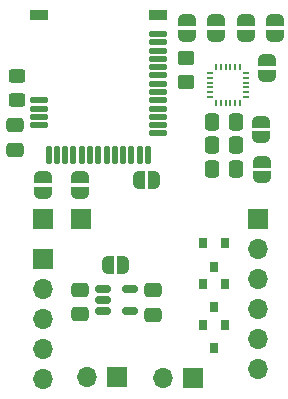
<source format=gbr>
%TF.GenerationSoftware,KiCad,Pcbnew,8.0.3*%
%TF.CreationDate,2024-07-06T18:06:21+05:30*%
%TF.ProjectId,nrf528_board,6e726635-3238-45f6-926f-6172642e6b69,rev?*%
%TF.SameCoordinates,Original*%
%TF.FileFunction,Soldermask,Top*%
%TF.FilePolarity,Negative*%
%FSLAX46Y46*%
G04 Gerber Fmt 4.6, Leading zero omitted, Abs format (unit mm)*
G04 Created by KiCad (PCBNEW 8.0.3) date 2024-07-06 18:06:21*
%MOMM*%
%LPD*%
G01*
G04 APERTURE LIST*
G04 Aperture macros list*
%AMRoundRect*
0 Rectangle with rounded corners*
0 $1 Rounding radius*
0 $2 $3 $4 $5 $6 $7 $8 $9 X,Y pos of 4 corners*
0 Add a 4 corners polygon primitive as box body*
4,1,4,$2,$3,$4,$5,$6,$7,$8,$9,$2,$3,0*
0 Add four circle primitives for the rounded corners*
1,1,$1+$1,$2,$3*
1,1,$1+$1,$4,$5*
1,1,$1+$1,$6,$7*
1,1,$1+$1,$8,$9*
0 Add four rect primitives between the rounded corners*
20,1,$1+$1,$2,$3,$4,$5,0*
20,1,$1+$1,$4,$5,$6,$7,0*
20,1,$1+$1,$6,$7,$8,$9,0*
20,1,$1+$1,$8,$9,$2,$3,0*%
%AMFreePoly0*
4,1,33,0.500000,-0.750000,0.000000,-0.750000,0.000000,-0.749013,-0.031395,-0.749013,-0.093691,-0.741144,-0.154508,-0.725528,-0.212890,-0.702414,-0.267913,-0.672164,-0.318712,-0.635257,-0.364484,-0.592274,-0.404508,-0.543893,-0.438153,-0.490877,-0.464888,-0.434062,-0.484292,-0.374345,-0.496057,-0.312667,-0.500000,-0.250000,-0.500000,0.250000,-0.496057,0.312667,-0.484292,0.374345,-0.464888,0.434062,
-0.438153,0.490877,-0.404508,0.543893,-0.364484,0.592274,-0.318712,0.635257,-0.267913,0.672164,-0.212890,0.702414,-0.154508,0.725528,-0.093691,0.741144,-0.031395,0.749013,0.000000,0.749013,0.000000,0.750000,0.500000,0.750000,0.500000,-0.750000,0.500000,-0.750000,$1*%
%AMFreePoly1*
4,1,33,0.000000,0.749013,0.031395,0.749013,0.093691,0.741144,0.154508,0.725528,0.212890,0.702414,0.267913,0.672164,0.318712,0.635257,0.364484,0.592274,0.404508,0.543893,0.438153,0.490877,0.464888,0.434062,0.484292,0.374345,0.496057,0.312667,0.500000,0.250000,0.500000,-0.250000,0.496057,-0.312667,0.484292,-0.374345,0.464888,-0.434062,0.438153,-0.490877,0.404508,-0.543893,
0.364484,-0.592274,0.318712,-0.635257,0.267913,-0.672164,0.212890,-0.702414,0.154508,-0.725528,0.093691,-0.741144,0.031395,-0.749013,0.000000,-0.749013,0.000000,-0.750000,-0.500000,-0.750000,-0.500000,0.750000,0.000000,0.750000,0.000000,0.749013,0.000000,0.749013,$1*%
G04 Aperture macros list end*
%ADD10RoundRect,0.250000X0.475000X-0.337500X0.475000X0.337500X-0.475000X0.337500X-0.475000X-0.337500X0*%
%ADD11R,1.700000X1.700000*%
%ADD12O,1.700000X1.700000*%
%ADD13FreePoly0,90.000000*%
%ADD14FreePoly1,90.000000*%
%ADD15RoundRect,0.250000X-0.337500X-0.475000X0.337500X-0.475000X0.337500X0.475000X-0.337500X0.475000X0*%
%ADD16FreePoly0,270.000000*%
%ADD17FreePoly1,270.000000*%
%ADD18RoundRect,0.050000X-0.225000X-0.050000X0.225000X-0.050000X0.225000X0.050000X-0.225000X0.050000X0*%
%ADD19RoundRect,0.050000X0.050000X-0.225000X0.050000X0.225000X-0.050000X0.225000X-0.050000X-0.225000X0*%
%ADD20RoundRect,0.250000X-0.450000X0.325000X-0.450000X-0.325000X0.450000X-0.325000X0.450000X0.325000X0*%
%ADD21R,1.750000X1.800000*%
%ADD22RoundRect,0.150000X-0.512500X-0.150000X0.512500X-0.150000X0.512500X0.150000X-0.512500X0.150000X0*%
%ADD23FreePoly0,0.000000*%
%ADD24FreePoly1,0.000000*%
%ADD25R,0.800000X0.900000*%
%ADD26RoundRect,0.050000X-0.700000X-0.400000X0.700000X-0.400000X0.700000X0.400000X-0.700000X0.400000X0*%
%ADD27RoundRect,0.050000X-0.700000X-0.200000X0.700000X-0.200000X0.700000X0.200000X-0.700000X0.200000X0*%
%ADD28RoundRect,0.050000X0.200000X-0.700000X0.200000X0.700000X-0.200000X0.700000X-0.200000X-0.700000X0*%
%ADD29RoundRect,0.050000X-0.200000X0.700000X-0.200000X-0.700000X0.200000X-0.700000X0.200000X0.700000X0*%
%ADD30RoundRect,0.050000X0.700000X0.200000X-0.700000X0.200000X-0.700000X-0.200000X0.700000X-0.200000X0*%
%ADD31RoundRect,0.050000X0.700000X0.400000X-0.700000X0.400000X-0.700000X-0.400000X0.700000X-0.400000X0*%
%ADD32RoundRect,0.250000X-0.450000X0.350000X-0.450000X-0.350000X0.450000X-0.350000X0.450000X0.350000X0*%
G04 APERTURE END LIST*
D10*
%TO.C,C3*%
X135105500Y-71528300D03*
X135105500Y-69453300D03*
%TD*%
D11*
%TO.C,J7*%
X132075000Y-76800000D03*
D12*
X129535000Y-76800000D03*
%TD*%
D11*
%TO.C,J12*%
X125800000Y-66860000D03*
D12*
X125800000Y-69400000D03*
X125800000Y-71940000D03*
X125800000Y-74480000D03*
X125800000Y-77020000D03*
%TD*%
D13*
%TO.C,JP2*%
X145500000Y-47900000D03*
D14*
X145500000Y-46600000D03*
%TD*%
D15*
%TO.C,C6*%
X140125000Y-57200000D03*
X142200000Y-57200000D03*
%TD*%
D16*
%TO.C,JP1*%
X144386000Y-58594000D03*
D17*
X144386000Y-59894000D03*
%TD*%
D18*
%TO.C,U1*%
X140000000Y-51100000D03*
X140000000Y-51500000D03*
X140000000Y-51900000D03*
X140000000Y-52300000D03*
X140000000Y-52700000D03*
X140000000Y-53100000D03*
D19*
X140500000Y-53600000D03*
X140900000Y-53600000D03*
X141300000Y-53600000D03*
X141700000Y-53600000D03*
X142100000Y-53600000D03*
X142500000Y-53600000D03*
D18*
X143000000Y-53100000D03*
X143000000Y-52700000D03*
X143000000Y-52300000D03*
X143000000Y-51900000D03*
X143000000Y-51500000D03*
X143000000Y-51100000D03*
D19*
X142500000Y-50600000D03*
X142100000Y-50600000D03*
X141700000Y-50600000D03*
X141300000Y-50600000D03*
X140900000Y-50600000D03*
X140500000Y-50600000D03*
%TD*%
D20*
%TO.C,D1*%
X123600000Y-51300000D03*
X123600000Y-53350000D03*
%TD*%
D11*
%TO.C,J5*%
X138575000Y-76900000D03*
D12*
X136035000Y-76900000D03*
%TD*%
D21*
%TO.C,Y1*%
X125800000Y-63400000D03*
X129050000Y-63400000D03*
%TD*%
D22*
%TO.C,U2*%
X130900000Y-69350000D03*
X130900000Y-70300000D03*
X130900000Y-71250000D03*
X133175000Y-71250000D03*
X133175000Y-69350000D03*
%TD*%
D23*
%TO.C,JP9*%
X131305900Y-67290400D03*
D24*
X132605900Y-67290400D03*
%TD*%
D10*
%TO.C,C5*%
X128958700Y-71499000D03*
X128958700Y-69424000D03*
%TD*%
D25*
%TO.C,Q1*%
X141247200Y-72381600D03*
X139347200Y-72381600D03*
X140297200Y-74381600D03*
%TD*%
D13*
%TO.C,JP7*%
X144800000Y-51300000D03*
D14*
X144800000Y-50000000D03*
%TD*%
D26*
%TO.C,E1*%
X125537700Y-46170000D03*
D27*
X125486900Y-53380000D03*
X125486900Y-54080000D03*
X125486900Y-54780000D03*
X125486900Y-55480000D03*
D28*
X126316100Y-58006400D03*
D29*
X127016100Y-58006400D03*
D28*
X127716100Y-58006400D03*
X128416100Y-58006400D03*
X129116100Y-58006400D03*
X129816100Y-58006400D03*
X130516100Y-58006400D03*
X131216100Y-58006400D03*
X131916100Y-58006400D03*
X132616100Y-58006400D03*
X133316100Y-58006400D03*
X134016100Y-58006400D03*
X134716100Y-58006400D03*
D30*
X135545300Y-56180000D03*
X135545300Y-55480000D03*
X135545300Y-54780000D03*
X135545300Y-54080000D03*
X135545300Y-53380000D03*
X135545300Y-52680000D03*
X135545300Y-51980000D03*
X135545300Y-51280000D03*
X135545300Y-50580000D03*
X135545300Y-49880000D03*
X135545300Y-49180000D03*
X135545300Y-48480000D03*
X135545300Y-47780000D03*
D31*
X135545300Y-46180000D03*
%TD*%
D13*
%TO.C,JP4*%
X140500000Y-47900000D03*
D14*
X140500000Y-46600000D03*
%TD*%
D13*
%TO.C,JP6*%
X143000000Y-47900000D03*
D14*
X143000000Y-46600000D03*
%TD*%
D15*
%TO.C,C8*%
X140125000Y-55200000D03*
X142200000Y-55200000D03*
%TD*%
D16*
%TO.C,JP10*%
X125800000Y-59900000D03*
D17*
X125800000Y-61200000D03*
%TD*%
D25*
%TO.C,Q3*%
X141261200Y-65482800D03*
X139361200Y-65482800D03*
X140311200Y-67482800D03*
%TD*%
D16*
%TO.C,JP5*%
X144300000Y-55200000D03*
D17*
X144300000Y-56500000D03*
%TD*%
D13*
%TO.C,JP3*%
X138000000Y-47900000D03*
D14*
X138000000Y-46600000D03*
%TD*%
D25*
%TO.C,Q2*%
X141259600Y-68921200D03*
X139359600Y-68921200D03*
X140309600Y-70921200D03*
%TD*%
D11*
%TO.C,J6*%
X144000000Y-63400000D03*
D12*
X144000000Y-65940000D03*
X144000000Y-68480000D03*
X144000000Y-71020000D03*
X144000000Y-73560000D03*
X144000000Y-76100000D03*
%TD*%
D23*
%TO.C,JP11*%
X133970000Y-60150000D03*
D24*
X135270000Y-60150000D03*
%TD*%
D15*
%TO.C,C7*%
X140125000Y-59200000D03*
X142200000Y-59200000D03*
%TD*%
D16*
%TO.C,JP12*%
X129000000Y-59900000D03*
D17*
X129000000Y-61200000D03*
%TD*%
D10*
%TO.C,C2*%
X123500000Y-57575000D03*
X123500000Y-55500000D03*
%TD*%
D32*
%TO.C,R2*%
X137900000Y-49800000D03*
X137900000Y-51800000D03*
%TD*%
M02*

</source>
